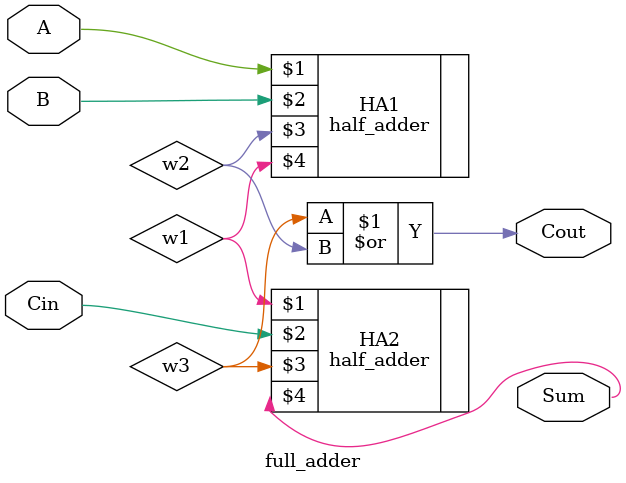
<source format=v>
`include "half_adder.v"

module full_adder(A, B, Cin, Cout, Sum);

    input A, B, Cin;
    wire w1, w2, w3;

    output Cout, Sum;

    half_adder HA1 (A, B, w2, w1);
    half_adder HA2 (w1, Cin, w3, Sum);
    assign Cout = w3 | w2;

endmodule
</source>
